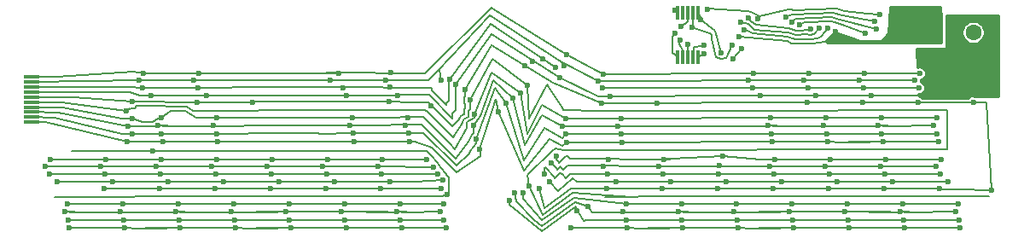
<source format=gbl>
G04 #@! TF.GenerationSoftware,KiCad,Pcbnew,5.1.4-e60b266~84~ubuntu16.04.1*
G04 #@! TF.CreationDate,2019-10-21T03:29:48-05:00*
G04 #@! TF.ProjectId,Quantum MCP4262-502 25x expansion flex for GWAAM-Sea Aid with U7 expansion cutout,5175616e-7475-46d2-904d-435034323632,rev?*
G04 #@! TF.SameCoordinates,Original*
G04 #@! TF.FileFunction,Copper,L2,Bot*
G04 #@! TF.FilePolarity,Positive*
%FSLAX46Y46*%
G04 Gerber Fmt 4.6, Leading zero omitted, Abs format (unit mm)*
G04 Created by KiCad (PCBNEW 5.1.4-e60b266~84~ubuntu16.04.1) date 2019-10-21 03:29:48*
%MOMM*%
%LPD*%
G04 APERTURE LIST*
%ADD10R,0.300000X1.400000*%
%ADD11R,1.500000X0.300000*%
%ADD12C,1.600000*%
%ADD13C,0.600000*%
%ADD14C,0.200000*%
%ADD15C,0.254000*%
G04 APERTURE END LIST*
D10*
X135989820Y-98772620D03*
X136489820Y-98772620D03*
X136989820Y-98772620D03*
X137489820Y-98772620D03*
X137989820Y-98772620D03*
X137989820Y-103172620D03*
X137489820Y-103172620D03*
X136989820Y-103172620D03*
X136489820Y-103172620D03*
X135989820Y-103172620D03*
D11*
X71894860Y-105106720D03*
X71894860Y-105606720D03*
X71894860Y-106106720D03*
X71894860Y-106606720D03*
X71894860Y-107106720D03*
X71894860Y-107606720D03*
X71894860Y-108106720D03*
X71894860Y-108606720D03*
X71894860Y-109106720D03*
X71894860Y-109606720D03*
D12*
X165287960Y-100690680D03*
D13*
X159255460Y-98755200D03*
X161284920Y-98775520D03*
X160291780Y-100055680D03*
X159174180Y-101089460D03*
X161467800Y-101170740D03*
X83675220Y-106994960D03*
X89171780Y-106992420D03*
X107383580Y-115524280D03*
X103098600Y-106928920D03*
X108183680Y-106939080D03*
X144165320Y-106992420D03*
X155150820Y-106979720D03*
X160647380Y-106977180D03*
X149661880Y-106989880D03*
X129293620Y-107027980D03*
X74416920Y-115542060D03*
X85402420Y-115531900D03*
X79913480Y-115539520D03*
X96387920Y-115519200D03*
X101884480Y-115516660D03*
X90898980Y-115529360D03*
X151782780Y-115516660D03*
X135300720Y-115531900D03*
X162778440Y-115521740D03*
X140797280Y-115529360D03*
X157281880Y-115524280D03*
X146286220Y-115519200D03*
X129811780Y-115539520D03*
X113974880Y-105895140D03*
X123240800Y-115473480D03*
X112697260Y-115376960D03*
X124294900Y-105189020D03*
X124294900Y-105189020D03*
X121594880Y-103576120D03*
X160251140Y-103197660D03*
X166773860Y-106484420D03*
X166834820Y-101940360D03*
X166834820Y-99885500D03*
X163494720Y-100045520D03*
X163888420Y-103207820D03*
X138554460Y-101963220D03*
X142087600Y-101081840D03*
X151589740Y-100576380D03*
X88315800Y-107647740D03*
X93812360Y-107645200D03*
X107327700Y-107594400D03*
X111498380Y-107988100D03*
X154302460Y-107642660D03*
X148805900Y-107645200D03*
X165287960Y-107629960D03*
X159791400Y-107632500D03*
X133934200Y-107680760D03*
X128437640Y-107683300D03*
X79057500Y-116194840D03*
X84554060Y-116192300D03*
X95539560Y-116182140D03*
X90043000Y-116184680D03*
X106525060Y-116169440D03*
X101028500Y-116171980D03*
X139941300Y-116184680D03*
X145437860Y-116182140D03*
X167081200Y-116390420D03*
X161922460Y-116177060D03*
X156423360Y-116169440D03*
X128955800Y-116194840D03*
X134452360Y-116192300D03*
X150926800Y-116171980D03*
X114876580Y-106387900D03*
X112488980Y-116197380D03*
X81866740Y-107579160D03*
X122199400Y-116222780D03*
X120766840Y-103997760D03*
X143939260Y-99319080D03*
X135672050Y-98488010D03*
X138915140Y-98381820D03*
X156029660Y-98877120D03*
X82903060Y-106205020D03*
X88399620Y-106202480D03*
X106611420Y-114734340D03*
X102801420Y-106159300D03*
X107411520Y-106149140D03*
X148889720Y-106199940D03*
X159875220Y-106187240D03*
X143393160Y-106202480D03*
X154378660Y-106189780D03*
X128521460Y-106238040D03*
X73644760Y-114752120D03*
X79141320Y-114749580D03*
X90126820Y-114739420D03*
X101112320Y-114726720D03*
X84630260Y-114741960D03*
X95615760Y-114729260D03*
X151010620Y-114726720D03*
X129039620Y-114749580D03*
X162006280Y-114731800D03*
X156509720Y-114734340D03*
X134528560Y-114741960D03*
X140025120Y-114739420D03*
X145514060Y-114729260D03*
X122707400Y-114747040D03*
X113372900Y-105318560D03*
X112191800Y-114729260D03*
X123855480Y-104152700D03*
X123855480Y-104152700D03*
X122613420Y-103337360D03*
X136984740Y-101912420D03*
X142557500Y-100406200D03*
X150832820Y-100233480D03*
X82486500Y-105476040D03*
X87983060Y-105473500D03*
X106194860Y-114005360D03*
X101498400Y-105422700D03*
X106994960Y-105420160D03*
X142976600Y-105473500D03*
X153962100Y-105460800D03*
X148473160Y-105470960D03*
X159458660Y-105458260D03*
X128104900Y-105509060D03*
X84213700Y-114012980D03*
X78724760Y-114020600D03*
X73228200Y-114023140D03*
X95199200Y-114000280D03*
X89710260Y-114010440D03*
X100695760Y-113997740D03*
X150594060Y-113997740D03*
X140060680Y-113896140D03*
X156093160Y-114005360D03*
X161589720Y-114002820D03*
X134112000Y-114012980D03*
X128623060Y-114020600D03*
X145097500Y-114000280D03*
X123416060Y-113639600D03*
X112476280Y-105468420D03*
X111704120Y-114043460D03*
X124708920Y-103969820D03*
X150020020Y-100302060D03*
X136207500Y-101480620D03*
X142212060Y-99674680D03*
X82985462Y-104771338D03*
X88482022Y-104768798D03*
X106693822Y-113300658D03*
X102362000Y-104800400D03*
X107493922Y-104715458D03*
X148972122Y-104766258D03*
X154461062Y-104756098D03*
X143475562Y-104768798D03*
X159957622Y-104753558D03*
X128603862Y-104804358D03*
X73727162Y-113318438D03*
X79223722Y-113315898D03*
X90209222Y-113305738D03*
X95698162Y-113295578D03*
X84712662Y-113308278D03*
X101194722Y-113293038D03*
X140423900Y-112963960D03*
X162088682Y-113298118D03*
X134610962Y-113308278D03*
X145596462Y-113295578D03*
X156592122Y-113300658D03*
X129122022Y-113315898D03*
X151093022Y-113293038D03*
X123934220Y-112986820D03*
X111094520Y-113319560D03*
X124904500Y-102915720D03*
X135732520Y-100792280D03*
X142948660Y-99230180D03*
X149169120Y-100335080D03*
X84406740Y-109951520D03*
X89903300Y-109948980D03*
X108115100Y-118480840D03*
X103418640Y-109898180D03*
X108915200Y-109895640D03*
X144896840Y-109948980D03*
X155882340Y-109936280D03*
X150393400Y-109946440D03*
X161378900Y-109933740D03*
X124528580Y-109987080D03*
X130025140Y-109984540D03*
X80645000Y-118496080D03*
X86133940Y-118488460D03*
X97119440Y-118475760D03*
X75148440Y-118498620D03*
X91630500Y-118485920D03*
X102616000Y-118473220D03*
X152514300Y-118473220D03*
X158013400Y-118480840D03*
X141528800Y-118485920D03*
X163509960Y-118478300D03*
X136032240Y-118488460D03*
X147017740Y-118475760D03*
X130543300Y-118496080D03*
X112453420Y-118513860D03*
X81419700Y-109994700D03*
X115735100Y-109964220D03*
X119575580Y-107241340D03*
X119781320Y-116631720D03*
X127081280Y-117952520D03*
X146723100Y-99156520D03*
X136268460Y-100081080D03*
X155501340Y-99568000D03*
X84745110Y-110757250D03*
X90241670Y-110754710D03*
X108453470Y-119286570D03*
X109253570Y-110701370D03*
X103757010Y-110703910D03*
X145235210Y-110754710D03*
X156220710Y-110742010D03*
X161717270Y-110739470D03*
X150731770Y-110752170D03*
X124866950Y-110792810D03*
X130363510Y-110790270D03*
X80983370Y-119301810D03*
X86472310Y-119294190D03*
X75486810Y-119304350D03*
X97457810Y-119281490D03*
X102954370Y-119278950D03*
X91968870Y-119291650D03*
X163848330Y-119284030D03*
X136370610Y-119294190D03*
X158351770Y-119286570D03*
X152852670Y-119278950D03*
X130881670Y-119301810D03*
X147356110Y-119281490D03*
X141867170Y-119291650D03*
X112755680Y-119296180D03*
X81887060Y-110807500D03*
X116006880Y-111310420D03*
X118899940Y-107729020D03*
X119298720Y-117363240D03*
X125945900Y-118399560D03*
X147317460Y-99712780D03*
X137396220Y-100220780D03*
X141358620Y-101978460D03*
X155704540Y-100380800D03*
X84711540Y-109202220D03*
X90208100Y-109199680D03*
X108419900Y-117731540D03*
X103723440Y-109148880D03*
X109220000Y-109146340D03*
X150698200Y-109197140D03*
X156187140Y-109186980D03*
X145201640Y-109199680D03*
X161683700Y-109184440D03*
X130329940Y-109235240D03*
X124833380Y-109237780D03*
X75453240Y-117749320D03*
X80949800Y-117746780D03*
X91935300Y-117736620D03*
X97424240Y-117726460D03*
X86438740Y-117739160D03*
X102920800Y-117723920D03*
X152819100Y-117723920D03*
X163814760Y-117729000D03*
X158318200Y-117731540D03*
X130848100Y-117746780D03*
X136337040Y-117739160D03*
X147322540Y-117726460D03*
X141833600Y-117736620D03*
X112763300Y-117713760D03*
X81887060Y-109265720D03*
X115783360Y-108803440D03*
X120594120Y-116603780D03*
X120345200Y-106692700D03*
X138536680Y-102781100D03*
X84856320Y-111566960D03*
X90352880Y-111564420D03*
X108564680Y-120096280D03*
X109364780Y-111511080D03*
X103868220Y-111513620D03*
X161828480Y-111549180D03*
X150842980Y-111561880D03*
X145346420Y-111564420D03*
X156331920Y-111551720D03*
X130474720Y-111599980D03*
X124978160Y-111602520D03*
X81094580Y-120111520D03*
X75598020Y-120114060D03*
X103065580Y-120088660D03*
X92080080Y-120101360D03*
X86583520Y-120103900D03*
X97569020Y-120091200D03*
X152963880Y-120088660D03*
X163959540Y-120093740D03*
X147467320Y-120091200D03*
X158462980Y-120096280D03*
X130992880Y-120111520D03*
X141978380Y-120101360D03*
X136481820Y-120103900D03*
X81333340Y-111544100D03*
X116329460Y-112303560D03*
X113009680Y-120101360D03*
X118211600Y-108541820D03*
X125397260Y-120091200D03*
X138242040Y-99428300D03*
X140294360Y-102707440D03*
X148094700Y-99903280D03*
X142283180Y-102344220D03*
X141429740Y-103347520D03*
X154586940Y-100766880D03*
X115402360Y-107424220D03*
X81257140Y-108473240D03*
X83875880Y-112466120D03*
X113047780Y-116809520D03*
X121048780Y-105910380D03*
X121213880Y-115902740D03*
D14*
X83675220Y-106994960D02*
X86220300Y-106994960D01*
X86222840Y-106992420D02*
X85641180Y-106992420D01*
X86220300Y-106994960D02*
X86222840Y-106992420D01*
X107383580Y-115524280D02*
X109928660Y-115524280D01*
X107383580Y-115524280D02*
X105156000Y-115521740D01*
X109931200Y-115521740D02*
X109349540Y-115521740D01*
X109928660Y-115524280D02*
X109931200Y-115521740D01*
X105232200Y-106941620D02*
X105234740Y-106939080D01*
X105234740Y-106939080D02*
X104653080Y-106939080D01*
X102687120Y-106941620D02*
X105232200Y-106941620D01*
X102687120Y-106941620D02*
X100459540Y-106939080D01*
X155150820Y-106979720D02*
X157695900Y-106979720D01*
X144165320Y-106992420D02*
X146710400Y-106992420D01*
X157695900Y-106979720D02*
X157698440Y-106977180D01*
X146710400Y-106992420D02*
X146712940Y-106989880D01*
X155064460Y-107000040D02*
X146712940Y-106989880D01*
X146712940Y-106989880D02*
X146131280Y-106989880D01*
X144165320Y-106992420D02*
X141937740Y-106989880D01*
X155150820Y-106979720D02*
X152923240Y-106977180D01*
X157698440Y-106977180D02*
X157116780Y-106977180D01*
X76964540Y-115539520D02*
X76382880Y-115539520D01*
X85316060Y-115549680D02*
X76964540Y-115539520D01*
X76962000Y-115542060D02*
X76964540Y-115539520D01*
X107287060Y-115526820D02*
X98935540Y-115516660D01*
X96387920Y-115519200D02*
X98933000Y-115519200D01*
X85402420Y-115531900D02*
X87947500Y-115531900D01*
X98933000Y-115519200D02*
X98935540Y-115516660D01*
X87947500Y-115531900D02*
X87950040Y-115529360D01*
X96301560Y-115539520D02*
X87950040Y-115529360D01*
X74416920Y-115542060D02*
X76962000Y-115542060D01*
X87950040Y-115529360D02*
X87368380Y-115529360D01*
X85402420Y-115531900D02*
X83174840Y-115529360D01*
X96387920Y-115519200D02*
X94160340Y-115516660D01*
X98935540Y-115516660D02*
X98353880Y-115516660D01*
X137848340Y-115529360D02*
X137266680Y-115529360D01*
X146286220Y-115519200D02*
X148831300Y-115519200D01*
X146286220Y-115519200D02*
X144058640Y-115516660D01*
X157281880Y-115524280D02*
X159826960Y-115524280D01*
X135300720Y-115531900D02*
X133073140Y-115529360D01*
X137845800Y-115531900D02*
X137848340Y-115529360D01*
X157185360Y-115526820D02*
X148833840Y-115516660D01*
X159829500Y-115521740D02*
X159247840Y-115521740D01*
X159826960Y-115524280D02*
X159829500Y-115521740D01*
X148833840Y-115516660D02*
X148252180Y-115516660D01*
X148831300Y-115519200D02*
X148833840Y-115516660D01*
X146199860Y-115539520D02*
X137848340Y-115529360D01*
X135300720Y-115531900D02*
X137845800Y-115531900D01*
X126862840Y-115539520D02*
X126281180Y-115539520D01*
X135214360Y-115549680D02*
X126862840Y-115539520D01*
X157281880Y-115524280D02*
X155054300Y-115521740D01*
X71894860Y-106606720D02*
X81602580Y-106659680D01*
X81602580Y-106659680D02*
X82598260Y-106964480D01*
X82598260Y-106964480D02*
X83675220Y-106994960D01*
X100662740Y-106939080D02*
X86222840Y-106992420D01*
X162778440Y-115521740D02*
X159829500Y-115521740D01*
X160647380Y-106977180D02*
X157698440Y-106977180D01*
X112697260Y-115376960D02*
X109931200Y-115521740D01*
X111379000Y-106873040D02*
X105234740Y-106939080D01*
X111379000Y-106980718D02*
X113615742Y-109217460D01*
X111379000Y-106873040D02*
X111379000Y-106980718D01*
X113615742Y-109217460D02*
X113615742Y-108738398D01*
X113974880Y-108379260D02*
X113974880Y-105895140D01*
X113615742Y-108738398D02*
X113974880Y-108379260D01*
X141955520Y-106982260D02*
X129293620Y-107027980D01*
X117464840Y-100858320D02*
X113974880Y-105895140D01*
X124294900Y-105189020D02*
X117464840Y-100858320D01*
X124117100Y-116451380D02*
X125511557Y-115152987D01*
X126860300Y-115542060D02*
X126862840Y-115539520D01*
X125511557Y-115152987D02*
X125955185Y-115538645D01*
X123240800Y-115473480D02*
X124117100Y-116451380D01*
X125955185Y-115538645D02*
X126860300Y-115542060D01*
X129293620Y-107027980D02*
X128051560Y-107007660D01*
X128051560Y-107007660D02*
X124294900Y-105189020D01*
X137522721Y-102262441D02*
X137489820Y-103172620D01*
X137584741Y-102097840D02*
X137522721Y-102262441D01*
X137805160Y-102130860D02*
X137584741Y-102097840D01*
X138554460Y-101963220D02*
X137805160Y-102130860D01*
X147248880Y-101757480D02*
X146842480Y-101566980D01*
X146842480Y-101566980D02*
X142087600Y-101081840D01*
X148295360Y-101780340D02*
X147248880Y-101757480D01*
X151589740Y-100576380D02*
X150586440Y-101597460D01*
X150586440Y-101597460D02*
X149316440Y-101793040D01*
X149316440Y-101793040D02*
X149316440Y-101782880D01*
X149316440Y-101782880D02*
X148295360Y-101780340D01*
X156390305Y-101574565D02*
X159174180Y-101089460D01*
X153108660Y-101521260D02*
X156390305Y-101574565D01*
X151589740Y-100576380D02*
X153108660Y-101521260D01*
X112024160Y-116177060D02*
X105128060Y-116177060D01*
X107327700Y-107594400D02*
X100431600Y-107594400D01*
X155145740Y-107647740D02*
X147406360Y-107642660D01*
X159791400Y-107632500D02*
X152895300Y-107632500D01*
X96382840Y-116187220D02*
X88643460Y-116182140D01*
X107368340Y-116174520D02*
X99628960Y-116169440D01*
X90043000Y-116184680D02*
X83146900Y-116184680D01*
X101028500Y-116171980D02*
X94132400Y-116171980D01*
X161922460Y-116177060D02*
X155026360Y-116177060D01*
X150926800Y-116171980D02*
X144030700Y-116171980D01*
X157266640Y-116174520D02*
X149527260Y-116169440D01*
X146281140Y-116187220D02*
X138541760Y-116182140D01*
X139941300Y-116184680D02*
X133045200Y-116184680D01*
X135295640Y-116197380D02*
X127556260Y-116192300D01*
X85397340Y-116197380D02*
X79057500Y-116194840D01*
X88315800Y-107647740D02*
X81866740Y-107579160D01*
X71894860Y-107106720D02*
X75981560Y-107106720D01*
X75981560Y-107106720D02*
X81866740Y-107579160D01*
X100479860Y-107591860D02*
X86916260Y-107645200D01*
X165287960Y-107629960D02*
X158391860Y-107629960D01*
X112488980Y-116197380D02*
X110624620Y-116174520D01*
X114876580Y-106387900D02*
X114879120Y-106982260D01*
X167081200Y-116390420D02*
X160522920Y-116174520D01*
X110990380Y-107607100D02*
X105928160Y-107591860D01*
X110990380Y-107607100D02*
X111206280Y-107607100D01*
X111206280Y-107607100D02*
X113591340Y-109992160D01*
X114876580Y-107061998D02*
X114876580Y-106387900D01*
X114732942Y-108850558D02*
X114783349Y-108800151D01*
X114351965Y-109068257D02*
X114732942Y-108850558D01*
X114290733Y-109292767D02*
X114351965Y-109068257D01*
X113591340Y-109992160D02*
X114290733Y-109292767D01*
X114783349Y-108800151D02*
X114783349Y-108349750D01*
X114802359Y-107136219D02*
X114876580Y-107061998D01*
X114876580Y-108256519D02*
X114876580Y-107786442D01*
X114783349Y-108349750D02*
X114876580Y-108256519D01*
X114876580Y-107786442D02*
X114802359Y-107712221D01*
X114802359Y-107712221D02*
X114802359Y-107136219D01*
X117464840Y-101973380D02*
X114876580Y-106387900D01*
X123563380Y-105653840D02*
X117464840Y-101973380D01*
X128437640Y-107683300D02*
X123563380Y-105653840D01*
X134777480Y-107685840D02*
X128437640Y-107683300D01*
X141909800Y-107645200D02*
X134777480Y-107685840D01*
X148805900Y-107645200D02*
X141909800Y-107645200D01*
X165287960Y-107629960D02*
X166573200Y-107596940D01*
X166573200Y-107596940D02*
X167081200Y-116390420D01*
X125344224Y-116209776D02*
X128955800Y-116194840D01*
X122758200Y-118135400D02*
X125344224Y-116209776D01*
X122199400Y-116222780D02*
X122758200Y-118135400D01*
X135989820Y-98772620D02*
X135672050Y-98488010D01*
X135672050Y-98488010D02*
X135516620Y-98348800D01*
X144063720Y-99126040D02*
X143939260Y-99319080D01*
X142897860Y-98607880D02*
X138912600Y-98348800D01*
X143215360Y-98671380D02*
X142897860Y-98607880D01*
X144063720Y-99126040D02*
X143215360Y-98671380D01*
X156029660Y-98877120D02*
X154749500Y-98836480D01*
X147141727Y-98371187D02*
X146984720Y-98376740D01*
X147522304Y-98495808D02*
X147141727Y-98371187D01*
X154749500Y-98836480D02*
X152562560Y-98549460D01*
X146984720Y-98376740D02*
X146578320Y-98478340D01*
X152562560Y-98549460D02*
X151678640Y-98358960D01*
X146578320Y-98478340D02*
X144063720Y-99126040D01*
X151678640Y-98358960D02*
X147522304Y-98495808D01*
X106725720Y-114715543D02*
X105105200Y-114714020D01*
X102029260Y-106132883D02*
X100408740Y-106131360D01*
X155064460Y-106207560D02*
X143393160Y-106202480D01*
X154492960Y-106170983D02*
X152872440Y-106169460D01*
X143507460Y-106183683D02*
X141886940Y-106182160D01*
X85316060Y-114757200D02*
X73644760Y-114752120D01*
X96301560Y-114747040D02*
X84630260Y-114741960D01*
X95730060Y-114710463D02*
X94109540Y-114708940D01*
X84744560Y-114723163D02*
X83124040Y-114721640D01*
X107287060Y-114734340D02*
X95615760Y-114729260D01*
X145628360Y-114710463D02*
X144007840Y-114708940D01*
X157185360Y-114734340D02*
X145514060Y-114729260D01*
X146199860Y-114747040D02*
X134528560Y-114741960D01*
X134642860Y-114723163D02*
X133022340Y-114721640D01*
X156624020Y-114715543D02*
X155003500Y-114714020D01*
X73759060Y-114733323D02*
X73644760Y-114752120D01*
X83017360Y-106186223D02*
X82903060Y-106205020D01*
X71894860Y-106106720D02*
X81602580Y-106151680D01*
X81602580Y-106151680D02*
X82903060Y-106205020D01*
X100525580Y-106128820D02*
X82903060Y-106205020D01*
X162006280Y-114731800D02*
X156509720Y-114734340D01*
X159875220Y-106187240D02*
X154378660Y-106189780D01*
X112191800Y-114729260D02*
X106611420Y-114734340D01*
X101914960Y-106151680D02*
X111556800Y-106172000D01*
X111556800Y-106485141D02*
X112983559Y-107911900D01*
X111556800Y-106172000D02*
X111556800Y-106485141D01*
X112983559Y-107911900D02*
X112983559Y-107711961D01*
X112983559Y-107711961D02*
X113235740Y-107459780D01*
X113235740Y-105455720D02*
X113372900Y-105318560D01*
X113235740Y-107459780D02*
X113235740Y-105455720D01*
X125166827Y-114868253D02*
X124893030Y-115142050D01*
X125166827Y-114752827D02*
X125166827Y-114868253D01*
X135214360Y-114757200D02*
X125166827Y-114752827D01*
X124501868Y-114748268D02*
X124454330Y-114748268D01*
X124893030Y-115139430D02*
X124501868Y-114748268D01*
X124893030Y-115142050D02*
X124893030Y-115139430D01*
X124454330Y-114748268D02*
X124318519Y-114612457D01*
X124318519Y-114612457D02*
X123788926Y-115142050D01*
X123788926Y-115142050D02*
X123788926Y-115051326D01*
X123788926Y-115051326D02*
X122796300Y-114058700D01*
X122707400Y-114147600D02*
X122707400Y-114747040D01*
X122796300Y-114058700D02*
X122707400Y-114147600D01*
X141950440Y-106169460D02*
X128521460Y-106238040D01*
X117383560Y-99842320D02*
X113372900Y-105318560D01*
X123855480Y-104152700D02*
X117383560Y-99842320D01*
X136984740Y-101912420D02*
X136972040Y-102699820D01*
X142580360Y-100423980D02*
X142615920Y-100317300D01*
X142925711Y-100561229D02*
X142580360Y-100423980D01*
X150162260Y-101097080D02*
X149862540Y-101290120D01*
X149862540Y-101290120D02*
X149171660Y-101379020D01*
X150581360Y-100581460D02*
X150162260Y-101097080D01*
X150832820Y-100233480D02*
X150581360Y-100581460D01*
X148770340Y-101376480D02*
X147680680Y-101363780D01*
X149171660Y-101379020D02*
X148770340Y-101376480D01*
X147680680Y-101363780D02*
X147261580Y-101249480D01*
X147261580Y-101249480D02*
X146855180Y-101097080D01*
X146855180Y-101097080D02*
X143367760Y-100804980D01*
X143367760Y-100804980D02*
X142925711Y-100561229D01*
X106434181Y-114008102D02*
X105079800Y-114008102D01*
X101737721Y-105425442D02*
X100383340Y-105425442D01*
X154201421Y-105463542D02*
X152847040Y-105463542D01*
X155031440Y-105460800D02*
X142979701Y-105473702D01*
X95438521Y-114003022D02*
X94084140Y-114003022D01*
X107254040Y-113987580D02*
X95202301Y-114000482D01*
X96268540Y-114000280D02*
X84216801Y-114013182D01*
X84453021Y-114015722D02*
X83098640Y-114015722D01*
X85283040Y-114010440D02*
X73231301Y-114023342D01*
X156332481Y-114008102D02*
X154978100Y-114008102D01*
X145336821Y-114003022D02*
X143982440Y-114003022D01*
X157152340Y-113987580D02*
X145100601Y-114000482D01*
X134351321Y-114015722D02*
X132996940Y-114015722D01*
X146166840Y-114000280D02*
X134115101Y-114013182D01*
X73467521Y-114025882D02*
X73228200Y-114023140D01*
X82725821Y-105478782D02*
X82486500Y-105476040D01*
X71894860Y-105606720D02*
X82486500Y-105476040D01*
X100652580Y-105430320D02*
X82489601Y-105476242D01*
X161589720Y-114002820D02*
X156096261Y-114005562D01*
X159458660Y-105458260D02*
X153965201Y-105461002D01*
X112448340Y-105468420D02*
X112448340Y-104891840D01*
X111203942Y-105405122D02*
X101501501Y-105422902D01*
X112293400Y-104419400D02*
X112189664Y-104419400D01*
X112430560Y-104909620D02*
X112293400Y-104419400D01*
X111704120Y-114043460D02*
X106197961Y-114005562D01*
X135181340Y-114010440D02*
X125140720Y-113941860D01*
X125140720Y-113941860D02*
X125026420Y-113941860D01*
X125026420Y-113941860D02*
X124620020Y-114348260D01*
X124620020Y-114348260D02*
X124293969Y-114022209D01*
X124293969Y-114067251D02*
X124012960Y-114348260D01*
X124012960Y-114348260D02*
X124012960Y-114352316D01*
X124293969Y-114022209D02*
X124293969Y-114067251D01*
X124012960Y-114236500D02*
X123416060Y-113639600D01*
X124012960Y-114348260D02*
X124012960Y-114236500D01*
X117363240Y-99011740D02*
X112141202Y-104467862D01*
X112141202Y-104467862D02*
X111203942Y-105405122D01*
X112189664Y-104419400D02*
X112141202Y-104467862D01*
X128104900Y-105509060D02*
X124345700Y-103609140D01*
X124345700Y-103609140D02*
X117363240Y-99011740D01*
X134663180Y-105498900D02*
X128104900Y-105509060D01*
X141861540Y-105476242D02*
X134663180Y-105498900D01*
X143215921Y-105476242D02*
X141861540Y-105476242D01*
X124708920Y-103969820D02*
X124345700Y-103609140D01*
X140060680Y-113896140D02*
X140449300Y-114007900D01*
X136207500Y-101480620D02*
X136080500Y-101861620D01*
X136080500Y-101861620D02*
X136319260Y-102115620D01*
X136319260Y-102115620D02*
X136497060Y-102471220D01*
X136497060Y-102471220D02*
X136497060Y-102699820D01*
X143545560Y-100401120D02*
X142948660Y-99877880D01*
X146893280Y-100677980D02*
X143545560Y-100401120D01*
X150020020Y-100302060D02*
X149484080Y-100891340D01*
X149484080Y-100891340D02*
X149042120Y-100975160D01*
X149042120Y-100975160D02*
X148772880Y-100878640D01*
X142948660Y-99877880D02*
X142212060Y-99674680D01*
X147718780Y-100944680D02*
X146893280Y-100677980D01*
X148772880Y-100878640D02*
X147718780Y-100944680D01*
X106693822Y-113300658D02*
X105089960Y-113301780D01*
X101997362Y-104717998D02*
X100393500Y-104719120D01*
X155064460Y-104769920D02*
X142540842Y-104766258D01*
X143475562Y-104768798D02*
X141871700Y-104769920D01*
X154461062Y-104756098D02*
X152857200Y-104757220D01*
X96301560Y-113309400D02*
X83777942Y-113305738D01*
X84712662Y-113308278D02*
X83108800Y-113309400D01*
X95698162Y-113295578D02*
X94094300Y-113296700D01*
X107287060Y-113296700D02*
X94763442Y-113293038D01*
X134610962Y-113308278D02*
X133007100Y-113309400D01*
X156592122Y-113300658D02*
X154988260Y-113301780D01*
X157185360Y-113296700D02*
X144661742Y-113293038D01*
X85316060Y-113319560D02*
X73727162Y-113318438D01*
X71894860Y-105106720D02*
X74416920Y-105077260D01*
X74416920Y-105077260D02*
X81968340Y-104630220D01*
X81968340Y-104630220D02*
X82985462Y-104771338D01*
X101033580Y-104721660D02*
X82985462Y-104771338D01*
X162088682Y-113298118D02*
X155657402Y-113298118D01*
X159957622Y-104753558D02*
X153526342Y-104753558D01*
X111094520Y-113319560D02*
X105759102Y-113298118D01*
X123934220Y-112986820D02*
X123934220Y-113109136D01*
X123934220Y-112986820D02*
X123934220Y-113322100D01*
X123934220Y-113322100D02*
X124073920Y-113461800D01*
X124073920Y-113507520D02*
X124188598Y-113622199D01*
X124073920Y-113461800D02*
X124073920Y-113507520D01*
X124188598Y-113622199D02*
X124208182Y-113622178D01*
X124208182Y-113622178D02*
X124861320Y-112969040D01*
X124985734Y-112969040D02*
X125272777Y-113256083D01*
X124861320Y-112969040D02*
X124985734Y-112969040D01*
X125272777Y-113256083D02*
X135214360Y-113319560D01*
X141897100Y-104757220D02*
X128603862Y-104804358D01*
X124904500Y-102915720D02*
X128603862Y-104804358D01*
X110909100Y-104749600D02*
X101062642Y-104715458D01*
X124904500Y-102915720D02*
X117543680Y-98302980D01*
X117543680Y-98302980D02*
X117454680Y-98198940D01*
X117454680Y-98198940D02*
X110909100Y-104749600D01*
X140423900Y-112963960D02*
X133676242Y-113305738D01*
X140423900Y-112963960D02*
X144124772Y-113296608D01*
X144124772Y-113296608D02*
X143992600Y-113296700D01*
X145596462Y-113295578D02*
X144124772Y-113296608D01*
X135732520Y-100792280D02*
X135453120Y-101145340D01*
X135453120Y-101145340D02*
X135453120Y-102694740D01*
X135453120Y-102694740D02*
X135923020Y-103050340D01*
X143253460Y-99560380D02*
X142948660Y-99230180D01*
X149169120Y-100335080D02*
X148267420Y-100497640D01*
X148267420Y-100497640D02*
X147754340Y-100517960D01*
X143758920Y-99969320D02*
X143253460Y-99560380D01*
X147754340Y-100517960D02*
X146989800Y-100274120D01*
X146989800Y-100274120D02*
X143758920Y-99969320D01*
X85405808Y-109987928D02*
X84902040Y-109987928D01*
X85369400Y-109951520D02*
X85405808Y-109987928D01*
X84406740Y-109951520D02*
X85369400Y-109951520D01*
X84406740Y-109990468D02*
X81391760Y-109989620D01*
X109077760Y-118480840D02*
X109114168Y-118517248D01*
X108115100Y-118519788D02*
X105100120Y-118518940D01*
X109114168Y-118517248D02*
X108610400Y-118517248D01*
X108115100Y-118480840D02*
X109077760Y-118480840D01*
X103418640Y-109898180D02*
X104381300Y-109898180D01*
X104381300Y-109898180D02*
X104417708Y-109934588D01*
X104417708Y-109934588D02*
X103913940Y-109934588D01*
X103418640Y-109937128D02*
X100403660Y-109936280D01*
X155882340Y-109936280D02*
X156845000Y-109936280D01*
X145859500Y-109948980D02*
X145895908Y-109985388D01*
X144896840Y-109948980D02*
X145859500Y-109948980D01*
X155003500Y-109984540D02*
X145895908Y-109985388D01*
X155882340Y-109975228D02*
X152867360Y-109974380D01*
X156845000Y-109936280D02*
X156881408Y-109972688D01*
X145895908Y-109985388D02*
X145392140Y-109985388D01*
X156881408Y-109972688D02*
X156377640Y-109972688D01*
X125527648Y-110023488D02*
X125023880Y-110023488D01*
X124528580Y-109987080D02*
X125491240Y-109987080D01*
X134635240Y-110022640D02*
X125527648Y-110023488D01*
X125491240Y-109987080D02*
X125527648Y-110023488D01*
X75148440Y-118498620D02*
X76111100Y-118498620D01*
X97119440Y-118475760D02*
X98082100Y-118475760D01*
X76111100Y-118498620D02*
X76147508Y-118535028D01*
X86133940Y-118527408D02*
X83118960Y-118526560D01*
X76147508Y-118535028D02*
X75643740Y-118535028D01*
X85255100Y-118534180D02*
X76147508Y-118535028D01*
X87096600Y-118488460D02*
X87133008Y-118524868D01*
X86133940Y-118488460D02*
X87096600Y-118488460D01*
X96240600Y-118524020D02*
X87133008Y-118524868D01*
X97119440Y-118514708D02*
X94104460Y-118513860D01*
X107226100Y-118511320D02*
X98118508Y-118512168D01*
X98082100Y-118475760D02*
X98118508Y-118512168D01*
X87133008Y-118524868D02*
X86629240Y-118524868D01*
X98118508Y-118512168D02*
X97614740Y-118512168D01*
X158013400Y-118480840D02*
X158976060Y-118480840D01*
X146138900Y-118524020D02*
X137031308Y-118524868D01*
X158013400Y-118519788D02*
X154998420Y-118518940D01*
X159012468Y-118517248D02*
X158508700Y-118517248D01*
X136032240Y-118527408D02*
X133017260Y-118526560D01*
X137031308Y-118524868D02*
X136527540Y-118524868D01*
X158976060Y-118480840D02*
X159012468Y-118517248D01*
X136994900Y-118488460D02*
X137031308Y-118524868D01*
X157124400Y-118511320D02*
X148016808Y-118512168D01*
X148016808Y-118512168D02*
X147513040Y-118512168D01*
X147017740Y-118475760D02*
X147980400Y-118475760D01*
X147017740Y-118514708D02*
X144002760Y-118513860D01*
X147980400Y-118475760D02*
X148016808Y-118512168D01*
X136032240Y-118488460D02*
X136994900Y-118488460D01*
X75148440Y-118537568D02*
X75148440Y-118498620D01*
X100421440Y-109926120D02*
X85405808Y-109987928D01*
X163509960Y-118478300D02*
X159012468Y-118517248D01*
X161378900Y-109933740D02*
X156881408Y-109972688D01*
X134635240Y-110022640D02*
X142224663Y-109987177D01*
X142224663Y-109987177D02*
X141881860Y-109987080D01*
X144896840Y-109987928D02*
X142224663Y-109987177D01*
X112453420Y-118513860D02*
X109114168Y-118517248D01*
X115735100Y-110694198D02*
X115735100Y-109964220D01*
X115558298Y-110871000D02*
X115735100Y-110694198D01*
X104417708Y-109934588D02*
X110563810Y-109821830D01*
X110563810Y-109821830D02*
X113934240Y-113202720D01*
X113934240Y-113202720D02*
X115201700Y-111526320D01*
X115201700Y-111526320D02*
X115558298Y-110871000D01*
X117668040Y-105445560D02*
X119575580Y-107241340D01*
X117668040Y-105445560D02*
X116397161Y-108992279D01*
X115735100Y-109964220D02*
X116397161Y-108992279D01*
X127081280Y-117952520D02*
X127494586Y-118534894D01*
X127494586Y-118534894D02*
X135153400Y-118534180D01*
X119575580Y-107241340D02*
X120812560Y-111912400D01*
X120812560Y-111912400D02*
X122528002Y-108878042D01*
X124528580Y-109987080D02*
X122528002Y-108878042D01*
X122494040Y-119875300D02*
X121762520Y-119298720D01*
X125763020Y-117505480D02*
X122494040Y-119875300D01*
X127081280Y-117952520D02*
X125763020Y-117505480D01*
X119938800Y-117492780D02*
X121747280Y-119291100D01*
X119781320Y-116631720D02*
X119938800Y-117492780D01*
X74467720Y-108612940D02*
X81419700Y-109994700D01*
X71894860Y-108606720D02*
X74467720Y-108612940D01*
X136989820Y-98772620D02*
X136977120Y-99598480D01*
X136977120Y-99598480D02*
X136812020Y-99801680D01*
X136812020Y-99801680D02*
X136268460Y-100081080D01*
X136268460Y-100081080D02*
X136268460Y-100081080D01*
X147477480Y-98897440D02*
X146972020Y-99024440D01*
X151387032Y-98773472D02*
X147477480Y-98897440D01*
X152250140Y-99034600D02*
X151387032Y-98773472D01*
X155501340Y-99568000D02*
X152250140Y-99034600D01*
X86243710Y-110757250D02*
X86262634Y-110776174D01*
X86262634Y-110776174D02*
X85664590Y-110776174D01*
X84745110Y-110757250D02*
X86243710Y-110757250D01*
X108453470Y-119308034D02*
X105095040Y-119311420D01*
X109970994Y-119305494D02*
X109372950Y-119305494D01*
X109952070Y-119286570D02*
X109970994Y-119305494D01*
X108453470Y-119286570D02*
X109952070Y-119286570D01*
X105255610Y-110703910D02*
X105274534Y-110722834D01*
X103757010Y-110725374D02*
X100398580Y-110728760D01*
X105274534Y-110722834D02*
X104676490Y-110722834D01*
X103757010Y-110703910D02*
X105255610Y-110703910D01*
X155023820Y-110754160D02*
X146752734Y-110773634D01*
X145235210Y-110754710D02*
X146733810Y-110754710D01*
X146752734Y-110773634D02*
X146154690Y-110773634D01*
X157738234Y-110760934D02*
X157140190Y-110760934D01*
X145235210Y-110776174D02*
X141876780Y-110779560D01*
X156220710Y-110742010D02*
X157719310Y-110742010D01*
X146733810Y-110754710D02*
X146752734Y-110773634D01*
X157719310Y-110742010D02*
X157738234Y-110760934D01*
X156220710Y-110763474D02*
X152862280Y-110766860D01*
X134655560Y-110792260D02*
X126384474Y-110811734D01*
X126384474Y-110811734D02*
X125786430Y-110811734D01*
X126365550Y-110792810D02*
X126384474Y-110811734D01*
X124866950Y-110792810D02*
X126365550Y-110792810D01*
X77004334Y-119323274D02*
X76406290Y-119323274D01*
X85275420Y-119303800D02*
X77004334Y-119323274D01*
X76985410Y-119304350D02*
X77004334Y-119323274D01*
X96260920Y-119293640D02*
X87989834Y-119313114D01*
X75486810Y-119304350D02*
X76985410Y-119304350D01*
X86472310Y-119294190D02*
X87970910Y-119294190D01*
X107246420Y-119280940D02*
X98975334Y-119300414D01*
X87989834Y-119313114D02*
X87391790Y-119313114D01*
X98975334Y-119300414D02*
X98377290Y-119300414D01*
X86472310Y-119315654D02*
X83113880Y-119319040D01*
X97457810Y-119281490D02*
X98956410Y-119281490D01*
X87970910Y-119294190D02*
X87989834Y-119313114D01*
X98956410Y-119281490D02*
X98975334Y-119300414D01*
X97457810Y-119302954D02*
X94099380Y-119306340D01*
X136370610Y-119294190D02*
X137869210Y-119294190D01*
X159850370Y-119286570D02*
X159869294Y-119305494D01*
X147356110Y-119281490D02*
X148854710Y-119281490D01*
X136370610Y-119315654D02*
X133012180Y-119319040D01*
X146159220Y-119293640D02*
X137888134Y-119313114D01*
X137869210Y-119294190D02*
X137888134Y-119313114D01*
X148854710Y-119281490D02*
X148873634Y-119300414D01*
X158351770Y-119308034D02*
X154993340Y-119311420D01*
X148873634Y-119300414D02*
X148275590Y-119300414D01*
X147356110Y-119302954D02*
X143997680Y-119306340D01*
X159869294Y-119305494D02*
X159271250Y-119305494D01*
X157144720Y-119280940D02*
X148873634Y-119300414D01*
X137888134Y-119313114D02*
X137290090Y-119313114D01*
X158351770Y-119286570D02*
X159850370Y-119286570D01*
X75486810Y-119325814D02*
X75486810Y-119304350D01*
X84745110Y-110778714D02*
X81887060Y-110807500D01*
X71894860Y-109106720D02*
X74173080Y-109156500D01*
X74173080Y-109156500D02*
X80873600Y-110799880D01*
X80873600Y-110799880D02*
X81887060Y-110807500D01*
X100406200Y-110716060D02*
X86262634Y-110776174D01*
X163848330Y-119284030D02*
X159869294Y-119305494D01*
X161717270Y-110739470D02*
X157738234Y-110760934D01*
X134655560Y-110792260D02*
X141876780Y-110779560D01*
X112755680Y-119296180D02*
X109970994Y-119305494D01*
X116006880Y-111738138D02*
X116006880Y-111310420D01*
X115729459Y-112015559D02*
X116006880Y-111738138D01*
X114010440Y-113924080D02*
X115290600Y-112682020D01*
X114048540Y-113860580D02*
X114010440Y-113924080D01*
X115404900Y-112478820D02*
X115729459Y-112015559D01*
X115290600Y-112682020D02*
X115404900Y-112478820D01*
X110723680Y-110703360D02*
X113985040Y-113873280D01*
X113985040Y-113873280D02*
X114048540Y-113860580D01*
X105274534Y-110722834D02*
X110736380Y-110690660D01*
X117866160Y-106207560D02*
X116006880Y-111310420D01*
X118899940Y-107729020D02*
X117866160Y-106207560D01*
X124482860Y-111201200D02*
X124866950Y-110792810D01*
X126902634Y-119323274D02*
X135173720Y-119303800D01*
X126883710Y-119304350D02*
X126902634Y-119323274D01*
X125854460Y-118176040D02*
X126637556Y-119365536D01*
X126637556Y-119365536D02*
X126883710Y-119304350D01*
X122782144Y-110143476D02*
X120751600Y-113433860D01*
X122782144Y-110143476D02*
X124482860Y-111201200D01*
X120751600Y-113433860D02*
X118899940Y-107729020D01*
X125844300Y-117993160D02*
X125945900Y-118399560D01*
X122496580Y-120436640D02*
X125844300Y-117993160D01*
X119288560Y-117797580D02*
X122476260Y-120436640D01*
X119298720Y-117363240D02*
X119288560Y-117797580D01*
X137489820Y-98772620D02*
X137472420Y-99814380D01*
X137472420Y-99814380D02*
X137396220Y-100220780D01*
X137396220Y-100220780D02*
X137396220Y-100220780D01*
X139326620Y-100827840D02*
X137358120Y-100218240D01*
X139352020Y-101412040D02*
X139326620Y-100827840D01*
X141358620Y-101978460D02*
X140817600Y-103195120D01*
X140284200Y-103337360D02*
X139778740Y-103187500D01*
X140817600Y-103195120D02*
X140284200Y-103337360D01*
X139778740Y-103187500D02*
X139352020Y-101412040D01*
X147673060Y-99314000D02*
X147317460Y-99712780D01*
X151201120Y-99184460D02*
X147673060Y-99314000D01*
X152044400Y-99407980D02*
X151201120Y-99184460D01*
X155704540Y-100380800D02*
X152044400Y-99407980D01*
X110766860Y-117729000D02*
X110578900Y-117729000D01*
X108419900Y-117731540D02*
X110764320Y-117731540D01*
X108419900Y-117731540D02*
X105082340Y-117731540D01*
X110764320Y-117731540D02*
X110766860Y-117729000D01*
X106067860Y-109148880D02*
X106070400Y-109146340D01*
X103723440Y-109148880D02*
X100385880Y-109148880D01*
X103723440Y-109148880D02*
X106067860Y-109148880D01*
X106070400Y-109146340D02*
X105882440Y-109146340D01*
X145201640Y-109199680D02*
X147546060Y-109199680D01*
X155044140Y-109192060D02*
X147548600Y-109197140D01*
X156187140Y-109186980D02*
X152849580Y-109186980D01*
X145201640Y-109199680D02*
X141864080Y-109199680D01*
X147548600Y-109197140D02*
X147360640Y-109197140D01*
X147546060Y-109199680D02*
X147548600Y-109197140D01*
X156187140Y-109186980D02*
X158531560Y-109186980D01*
X158534100Y-109184440D02*
X158346140Y-109184440D01*
X158531560Y-109186980D02*
X158534100Y-109184440D01*
X127180340Y-109235240D02*
X126992380Y-109235240D01*
X134675880Y-109230160D02*
X127180340Y-109235240D01*
X127177800Y-109237780D02*
X127180340Y-109235240D01*
X124833380Y-109237780D02*
X127177800Y-109237780D01*
X75453240Y-117749320D02*
X77797660Y-117749320D01*
X77800200Y-117746780D02*
X77612240Y-117746780D01*
X85295740Y-117741700D02*
X77800200Y-117746780D01*
X86438740Y-117739160D02*
X88783160Y-117739160D01*
X77797660Y-117749320D02*
X77800200Y-117746780D01*
X96281240Y-117731540D02*
X88785700Y-117736620D01*
X97424240Y-117726460D02*
X94086680Y-117726460D01*
X86438740Y-117739160D02*
X83101180Y-117739160D01*
X88785700Y-117736620D02*
X88597740Y-117736620D01*
X88783160Y-117739160D02*
X88785700Y-117736620D01*
X107266740Y-117718840D02*
X99771200Y-117723920D01*
X97424240Y-117726460D02*
X99768660Y-117726460D01*
X99771200Y-117723920D02*
X99583240Y-117723920D01*
X99768660Y-117726460D02*
X99771200Y-117723920D01*
X147322540Y-117726460D02*
X149666960Y-117726460D01*
X146179540Y-117731540D02*
X138684000Y-117736620D01*
X136337040Y-117739160D02*
X138681460Y-117739160D01*
X160662620Y-117731540D02*
X160665160Y-117729000D01*
X158318200Y-117731540D02*
X154980640Y-117731540D01*
X160665160Y-117729000D02*
X160477200Y-117729000D01*
X138681460Y-117739160D02*
X138684000Y-117736620D01*
X147322540Y-117726460D02*
X143984980Y-117726460D01*
X158318200Y-117731540D02*
X160662620Y-117731540D01*
X138684000Y-117736620D02*
X138496040Y-117736620D01*
X149666960Y-117726460D02*
X149669500Y-117723920D01*
X157165040Y-117718840D02*
X149669500Y-117723920D01*
X149669500Y-117723920D02*
X149481540Y-117723920D01*
X71894860Y-108106720D02*
X74884280Y-108120180D01*
X74884280Y-108120180D02*
X80873600Y-109258100D01*
X80873600Y-109258100D02*
X81887060Y-109265720D01*
X163814760Y-117729000D02*
X160665160Y-117729000D01*
X161683700Y-109184440D02*
X158534100Y-109184440D01*
X134675880Y-109230160D02*
X141864080Y-109199680D01*
X112763300Y-117713760D02*
X110766860Y-117729000D01*
X110698280Y-109103160D02*
X106070400Y-109146340D01*
X113337340Y-111742220D02*
X110698280Y-109103160D01*
X115783360Y-108803440D02*
X115783360Y-109171740D01*
X115783360Y-109171740D02*
X115036600Y-109598460D01*
X115036600Y-109598460D02*
X115036600Y-110182660D01*
X113832640Y-112262920D02*
X113337340Y-111742220D01*
X115036600Y-110182660D02*
X113832640Y-112262920D01*
X136337040Y-117739160D02*
X130848100Y-117746780D01*
X120345200Y-106692700D02*
X117464840Y-104714040D01*
X117464840Y-104714040D02*
X115783360Y-108803440D01*
X120345200Y-106692700D02*
X121015760Y-110733840D01*
X121015760Y-110733840D02*
X122496090Y-107912390D01*
X124833380Y-109237780D02*
X122496090Y-107912390D01*
X122516900Y-119339360D02*
X125511560Y-117170200D01*
X120589040Y-117187980D02*
X122516900Y-119339360D01*
X120594120Y-116603780D02*
X120589040Y-117187980D01*
X125684280Y-117081300D02*
X130848100Y-117746780D01*
X125270260Y-117335300D02*
X125684280Y-117081300D01*
X84711540Y-109202220D02*
X85686900Y-108496100D01*
X85686900Y-108496100D02*
X87091520Y-108485940D01*
X87091520Y-108485940D02*
X88214442Y-109194842D01*
X100411280Y-109143800D02*
X88214442Y-109194842D01*
X83893660Y-109588300D02*
X84353823Y-109210263D01*
X82837020Y-109575600D02*
X83893660Y-109588300D01*
X84353823Y-109210263D02*
X84711540Y-109202220D01*
X81887060Y-109265720D02*
X82837020Y-109575600D01*
X138536680Y-102781100D02*
X138018520Y-103111300D01*
X87599520Y-111566960D02*
X87602060Y-111564420D01*
X84856320Y-111566960D02*
X87599520Y-111566960D01*
X87602060Y-111564420D02*
X87233760Y-111564420D01*
X84856320Y-111566960D02*
X81391760Y-111564420D01*
X108564680Y-120096280D02*
X111307880Y-120096280D01*
X111310420Y-120093740D02*
X110942120Y-120093740D01*
X111307880Y-120096280D02*
X111310420Y-120093740D01*
X108564680Y-120096280D02*
X105100120Y-120093740D01*
X106611420Y-111513620D02*
X106613960Y-111511080D01*
X103868220Y-111513620D02*
X100403660Y-111511080D01*
X106613960Y-111511080D02*
X106245660Y-111511080D01*
X103868220Y-111513620D02*
X106611420Y-111513620D01*
X154983180Y-111587280D02*
X148092160Y-111561880D01*
X145346420Y-111564420D02*
X148089620Y-111564420D01*
X145346420Y-111564420D02*
X141881860Y-111561880D01*
X159075120Y-111551720D02*
X159077660Y-111549180D01*
X159077660Y-111549180D02*
X158709360Y-111549180D01*
X148089620Y-111564420D02*
X148092160Y-111561880D01*
X148092160Y-111561880D02*
X147723860Y-111561880D01*
X156331920Y-111551720D02*
X159075120Y-111551720D01*
X156331920Y-111551720D02*
X152867360Y-111549180D01*
X134614920Y-111625380D02*
X127723900Y-111599980D01*
X127721360Y-111602520D02*
X127723900Y-111599980D01*
X127723900Y-111599980D02*
X127355600Y-111599980D01*
X124978160Y-111602520D02*
X127721360Y-111602520D01*
X78343760Y-120111520D02*
X77975460Y-120111520D01*
X75598020Y-120114060D02*
X78341220Y-120114060D01*
X96220280Y-120126760D02*
X89329260Y-120101360D01*
X86583520Y-120103900D02*
X89326720Y-120103900D01*
X78341220Y-120114060D02*
X78343760Y-120111520D01*
X85234780Y-120136920D02*
X78343760Y-120111520D01*
X86583520Y-120103900D02*
X83118960Y-120101360D01*
X100312220Y-120091200D02*
X100314760Y-120088660D01*
X100314760Y-120088660D02*
X99946460Y-120088660D01*
X89326720Y-120103900D02*
X89329260Y-120101360D01*
X107205780Y-120114060D02*
X100314760Y-120088660D01*
X89329260Y-120101360D02*
X88960960Y-120101360D01*
X97569020Y-120091200D02*
X100312220Y-120091200D01*
X97569020Y-120091200D02*
X94104460Y-120088660D01*
X150213060Y-120088660D02*
X149844760Y-120088660D01*
X136481820Y-120103900D02*
X133017260Y-120101360D01*
X135133080Y-120136920D02*
X128242060Y-120111520D01*
X147467320Y-120091200D02*
X144002760Y-120088660D01*
X157104080Y-120114060D02*
X150213060Y-120088660D01*
X147467320Y-120091200D02*
X150210520Y-120091200D01*
X139225020Y-120103900D02*
X139227560Y-120101360D01*
X158462980Y-120096280D02*
X161206180Y-120096280D01*
X158462980Y-120096280D02*
X154998420Y-120093740D01*
X139227560Y-120101360D02*
X138859260Y-120101360D01*
X150210520Y-120091200D02*
X150213060Y-120088660D01*
X161208720Y-120093740D02*
X160840420Y-120093740D01*
X146118580Y-120126760D02*
X139227560Y-120101360D01*
X161206180Y-120096280D02*
X161208720Y-120093740D01*
X128242060Y-120111520D02*
X127873760Y-120111520D01*
X136481820Y-120103900D02*
X139225020Y-120103900D01*
X128239520Y-120114060D02*
X128242060Y-120111520D01*
X71894860Y-109606720D02*
X73220580Y-109603540D01*
X73220580Y-109603540D02*
X81333340Y-111544100D01*
X100418900Y-111506000D02*
X87602060Y-111564420D01*
X163959540Y-120093740D02*
X161208720Y-120093740D01*
X161828480Y-111549180D02*
X159077660Y-111549180D01*
X134614920Y-111625380D02*
X141881860Y-111561880D01*
X113009680Y-120101360D02*
X111310420Y-120093740D01*
X116352320Y-112969040D02*
X116352320Y-112750600D01*
X116352320Y-112750600D02*
X116352320Y-112283240D01*
X116395500Y-112961420D02*
X114048540Y-114546380D01*
X113540156Y-114064164D02*
X114010440Y-114559080D01*
X111561880Y-112097820D02*
X113540156Y-114064164D01*
X109834680Y-111500920D02*
X111561880Y-112097820D01*
X106613960Y-111511080D02*
X109834680Y-111500920D01*
X117947440Y-107281980D02*
X116329460Y-112303560D01*
X118211600Y-108541820D02*
X117947440Y-107281980D01*
X124527650Y-111948157D02*
X124978160Y-111602520D01*
X123247660Y-111257840D02*
X120670320Y-114388900D01*
X123247660Y-111257840D02*
X124527650Y-111948157D01*
X120670320Y-114388900D02*
X118211600Y-108541820D01*
X127873760Y-120111520D02*
X125397260Y-120091200D01*
X137989820Y-98772620D02*
X138424920Y-99433380D01*
X139707620Y-100497640D02*
X138242040Y-99428300D01*
X140294360Y-102707440D02*
X139707620Y-100497640D01*
X142283180Y-102344220D02*
X141429740Y-103347520D01*
X148577300Y-99700080D02*
X148094700Y-99903280D01*
X154586940Y-100766880D02*
X152293320Y-99971860D01*
X152293320Y-99971860D02*
X151564340Y-99710240D01*
X151188420Y-99613720D02*
X148577300Y-99700080D01*
X151564340Y-99710240D02*
X151188420Y-99613720D01*
X100426520Y-108402120D02*
X109773720Y-108397040D01*
X141904720Y-108452920D02*
X151251920Y-108447840D01*
X152890220Y-108440220D02*
X162237420Y-108435140D01*
X148567140Y-108445300D02*
X155125420Y-108440220D01*
X128198880Y-108483400D02*
X134757160Y-108478320D01*
X78818740Y-116994940D02*
X85377020Y-116989860D01*
X83141820Y-116992400D02*
X92489020Y-116987320D01*
X100789740Y-116972080D02*
X107348020Y-116967000D01*
X94127320Y-116979700D02*
X103474520Y-116974620D01*
X89804240Y-116984780D02*
X96362520Y-116979700D01*
X144025620Y-116979700D02*
X153372820Y-116974620D01*
X139702540Y-116984780D02*
X146260820Y-116979700D01*
X155021280Y-116984780D02*
X164368480Y-116979700D01*
X133040120Y-116992400D02*
X142387320Y-116987320D01*
X128717040Y-116994940D02*
X135275320Y-116989860D01*
X150688040Y-116972080D02*
X157246320Y-116967000D01*
X74104500Y-117005100D02*
X81503520Y-116997480D01*
X88077040Y-108447840D02*
X100464620Y-108389420D01*
X161683700Y-116977160D02*
X166822120Y-116984780D01*
X134757160Y-108478320D02*
X141904720Y-108452920D01*
X112805934Y-116809520D02*
X112634757Y-116980697D01*
X113047780Y-116809520D02*
X112805934Y-116809520D01*
X105122980Y-116984780D02*
X112634757Y-116980697D01*
X115402360Y-107424220D02*
X115387120Y-107817920D01*
X113297261Y-116560039D02*
X113047780Y-116809520D01*
X111511080Y-112859820D02*
X112163860Y-113615198D01*
X111041180Y-112478820D02*
X111511080Y-112859820D01*
X110907638Y-112475202D02*
X111041180Y-112478820D01*
X112524540Y-114173998D02*
X112918240Y-114686080D01*
X75831700Y-112453420D02*
X110907638Y-112475202D01*
X112163860Y-113615198D02*
X112410240Y-114076480D01*
X112410240Y-114076480D02*
X112524540Y-114173998D01*
X112918240Y-114686080D02*
X113096040Y-114887738D01*
X113096040Y-114887738D02*
X113297261Y-115088959D01*
X113297261Y-115088959D02*
X113297261Y-116560039D01*
X115402360Y-108296438D02*
X115402360Y-107424220D01*
X115183359Y-108515439D02*
X115402360Y-108296438D01*
X114338100Y-110119160D02*
X114636590Y-109704686D01*
X111156669Y-108545549D02*
X113705640Y-111094520D01*
X110850680Y-108391960D02*
X111156669Y-108545549D01*
X115183359Y-109053888D02*
X115183359Y-108515439D01*
X113705640Y-111094520D02*
X114617500Y-109700060D01*
X107088940Y-108394500D02*
X110850680Y-108391960D01*
X114636590Y-109704686D02*
X114607091Y-109653062D01*
X114617500Y-109700060D02*
X114338100Y-110119160D01*
X114607091Y-109653062D02*
X114694282Y-109333359D01*
X114694282Y-109333359D02*
X115183359Y-109053888D01*
X128173480Y-108524040D02*
X130883660Y-108485940D01*
X124579380Y-108353860D02*
X124579380Y-108427520D01*
X124579380Y-108427520D02*
X128173480Y-108524040D01*
X121048780Y-105910380D02*
X117546120Y-103294180D01*
X117546120Y-103294180D02*
X115402360Y-107424220D01*
X123873260Y-112234980D02*
X123469400Y-112458500D01*
X159552640Y-108432600D02*
X162722644Y-108430144D01*
X162722644Y-108430144D02*
X162705568Y-112329748D01*
X162705568Y-112329748D02*
X124591539Y-112366519D01*
X124591539Y-112366519D02*
X123873260Y-112234980D01*
X124579380Y-108353860D02*
X122984260Y-105841800D01*
X122984260Y-105841800D02*
X121259600Y-109232700D01*
X121259600Y-109232700D02*
X121048780Y-105910380D01*
X123469400Y-112458500D02*
X121076720Y-114853720D01*
X121076720Y-114853720D02*
X121213880Y-115902740D01*
X125542040Y-116634260D02*
X131401820Y-116997480D01*
X122580400Y-118793260D02*
X125542040Y-116634260D01*
X121213880Y-115902740D02*
X122580400Y-118793260D01*
X74838560Y-107609640D02*
X81257140Y-108473240D01*
X71894860Y-107606720D02*
X74838560Y-107609640D01*
X81559400Y-108201460D02*
X81257140Y-108473240D01*
X90761820Y-108450380D02*
X87865255Y-108451955D01*
X87865255Y-108451955D02*
X87231220Y-108069380D01*
X81815940Y-108211620D02*
X81648300Y-108237020D01*
X85615780Y-108061760D02*
X84604860Y-108016040D01*
X84604860Y-108016040D02*
X82296000Y-108005880D01*
X81630520Y-108272580D02*
X81559400Y-108201460D01*
X87231220Y-108069380D02*
X85615780Y-108061760D01*
X82296000Y-108005880D02*
X82108040Y-108201460D01*
X82108040Y-108201460D02*
X81815940Y-108211620D01*
X81648300Y-108237020D02*
X81630520Y-108272580D01*
D15*
G36*
X167802921Y-107052855D02*
G01*
X165387287Y-107002277D01*
X165350502Y-106994960D01*
X165225418Y-106994960D01*
X165207552Y-106998514D01*
X165039159Y-106994988D01*
X165014336Y-106996909D01*
X164990366Y-107003636D01*
X164960719Y-107020047D01*
X164725491Y-107194960D01*
X160251885Y-107194960D01*
X160196189Y-107139264D01*
X160092185Y-107069771D01*
X159976623Y-107021903D01*
X159864786Y-106999657D01*
X159856859Y-106822240D01*
X159937762Y-106822240D01*
X160060443Y-106797837D01*
X160176005Y-106749969D01*
X160280009Y-106680476D01*
X160368456Y-106592029D01*
X160437949Y-106488025D01*
X160485817Y-106372463D01*
X160510220Y-106249782D01*
X160510220Y-106124698D01*
X160485817Y-106002017D01*
X160437949Y-105886455D01*
X160368456Y-105782451D01*
X160280009Y-105694004D01*
X160176005Y-105624511D01*
X160080869Y-105585104D01*
X160093660Y-105520802D01*
X160093660Y-105395718D01*
X160089493Y-105374768D01*
X160142845Y-105364155D01*
X160258407Y-105316287D01*
X160362411Y-105246794D01*
X160450858Y-105158347D01*
X160520351Y-105054343D01*
X160568219Y-104938781D01*
X160592622Y-104816100D01*
X160592622Y-104691016D01*
X160568219Y-104568335D01*
X160520351Y-104452773D01*
X160450858Y-104348769D01*
X160362411Y-104260322D01*
X160258407Y-104190829D01*
X160142845Y-104142961D01*
X160020164Y-104118558D01*
X159895080Y-104118558D01*
X159772399Y-104142961D01*
X159737787Y-104157298D01*
X159654986Y-102304147D01*
X162503579Y-102316279D01*
X162528366Y-102313944D01*
X162552221Y-102306819D01*
X162574227Y-102295176D01*
X162593539Y-102279464D01*
X162609415Y-102260287D01*
X162621245Y-102238380D01*
X162628573Y-102214587D01*
X162631120Y-102189280D01*
X162631120Y-100578892D01*
X164152960Y-100578892D01*
X164152960Y-100802468D01*
X164196577Y-101021747D01*
X164282136Y-101228304D01*
X164406348Y-101414200D01*
X164564440Y-101572292D01*
X164750336Y-101696504D01*
X164956893Y-101782063D01*
X165176172Y-101825680D01*
X165399748Y-101825680D01*
X165619027Y-101782063D01*
X165825584Y-101696504D01*
X166011480Y-101572292D01*
X166169572Y-101414200D01*
X166293784Y-101228304D01*
X166379343Y-101021747D01*
X166422960Y-100802468D01*
X166422960Y-100578892D01*
X166379343Y-100359613D01*
X166293784Y-100153056D01*
X166169572Y-99967160D01*
X166011480Y-99809068D01*
X165825584Y-99684856D01*
X165619027Y-99599297D01*
X165399748Y-99555680D01*
X165176172Y-99555680D01*
X164956893Y-99599297D01*
X164750336Y-99684856D01*
X164564440Y-99809068D01*
X164406348Y-99967160D01*
X164282136Y-100153056D01*
X164196577Y-100359613D01*
X164152960Y-100578892D01*
X162631120Y-100578892D01*
X162631120Y-98968360D01*
X167802921Y-98968360D01*
X167802921Y-107052855D01*
X167802921Y-107052855D01*
G37*
X167802921Y-107052855D02*
X165387287Y-107002277D01*
X165350502Y-106994960D01*
X165225418Y-106994960D01*
X165207552Y-106998514D01*
X165039159Y-106994988D01*
X165014336Y-106996909D01*
X164990366Y-107003636D01*
X164960719Y-107020047D01*
X164725491Y-107194960D01*
X160251885Y-107194960D01*
X160196189Y-107139264D01*
X160092185Y-107069771D01*
X159976623Y-107021903D01*
X159864786Y-106999657D01*
X159856859Y-106822240D01*
X159937762Y-106822240D01*
X160060443Y-106797837D01*
X160176005Y-106749969D01*
X160280009Y-106680476D01*
X160368456Y-106592029D01*
X160437949Y-106488025D01*
X160485817Y-106372463D01*
X160510220Y-106249782D01*
X160510220Y-106124698D01*
X160485817Y-106002017D01*
X160437949Y-105886455D01*
X160368456Y-105782451D01*
X160280009Y-105694004D01*
X160176005Y-105624511D01*
X160080869Y-105585104D01*
X160093660Y-105520802D01*
X160093660Y-105395718D01*
X160089493Y-105374768D01*
X160142845Y-105364155D01*
X160258407Y-105316287D01*
X160362411Y-105246794D01*
X160450858Y-105158347D01*
X160520351Y-105054343D01*
X160568219Y-104938781D01*
X160592622Y-104816100D01*
X160592622Y-104691016D01*
X160568219Y-104568335D01*
X160520351Y-104452773D01*
X160450858Y-104348769D01*
X160362411Y-104260322D01*
X160258407Y-104190829D01*
X160142845Y-104142961D01*
X160020164Y-104118558D01*
X159895080Y-104118558D01*
X159772399Y-104142961D01*
X159737787Y-104157298D01*
X159654986Y-102304147D01*
X162503579Y-102316279D01*
X162528366Y-102313944D01*
X162552221Y-102306819D01*
X162574227Y-102295176D01*
X162593539Y-102279464D01*
X162609415Y-102260287D01*
X162621245Y-102238380D01*
X162628573Y-102214587D01*
X162631120Y-102189280D01*
X162631120Y-100578892D01*
X164152960Y-100578892D01*
X164152960Y-100802468D01*
X164196577Y-101021747D01*
X164282136Y-101228304D01*
X164406348Y-101414200D01*
X164564440Y-101572292D01*
X164750336Y-101696504D01*
X164956893Y-101782063D01*
X165176172Y-101825680D01*
X165399748Y-101825680D01*
X165619027Y-101782063D01*
X165825584Y-101696504D01*
X166011480Y-101572292D01*
X166169572Y-101414200D01*
X166293784Y-101228304D01*
X166379343Y-101021747D01*
X166422960Y-100802468D01*
X166422960Y-100578892D01*
X166379343Y-100359613D01*
X166293784Y-100153056D01*
X166169572Y-99967160D01*
X166011480Y-99809068D01*
X165825584Y-99684856D01*
X165619027Y-99599297D01*
X165399748Y-99555680D01*
X165176172Y-99555680D01*
X164956893Y-99599297D01*
X164750336Y-99684856D01*
X164564440Y-99809068D01*
X164406348Y-99967160D01*
X164282136Y-100153056D01*
X164196577Y-100359613D01*
X164152960Y-100578892D01*
X162631120Y-100578892D01*
X162631120Y-98968360D01*
X167802921Y-98968360D01*
X167802921Y-107052855D01*
G36*
X162057440Y-98611659D02*
G01*
X162055795Y-98628360D01*
X162062360Y-98695012D01*
X162081801Y-98759102D01*
X162094016Y-98781954D01*
X162073227Y-101680010D01*
X158437773Y-101680010D01*
X155928253Y-101676200D01*
X155927605Y-101676201D01*
X150738099Y-101694777D01*
X151623355Y-100693847D01*
X154344524Y-101641199D01*
X154368725Y-101647041D01*
X154387848Y-101648250D01*
X156033768Y-101627930D01*
X156058512Y-101625184D01*
X156082246Y-101617664D01*
X156104056Y-101605658D01*
X156124769Y-101587888D01*
X156792789Y-100876688D01*
X156807973Y-100856959D01*
X156819016Y-100834645D01*
X156826729Y-100800901D01*
X157057432Y-98185880D01*
X162057441Y-98185880D01*
X162057440Y-98611659D01*
X162057440Y-98611659D01*
G37*
X162057440Y-98611659D02*
X162055795Y-98628360D01*
X162062360Y-98695012D01*
X162081801Y-98759102D01*
X162094016Y-98781954D01*
X162073227Y-101680010D01*
X158437773Y-101680010D01*
X155928253Y-101676200D01*
X155927605Y-101676201D01*
X150738099Y-101694777D01*
X151623355Y-100693847D01*
X154344524Y-101641199D01*
X154368725Y-101647041D01*
X154387848Y-101648250D01*
X156033768Y-101627930D01*
X156058512Y-101625184D01*
X156082246Y-101617664D01*
X156104056Y-101605658D01*
X156124769Y-101587888D01*
X156792789Y-100876688D01*
X156807973Y-100856959D01*
X156819016Y-100834645D01*
X156826729Y-100800901D01*
X157057432Y-98185880D01*
X162057441Y-98185880D01*
X162057440Y-98611659D01*
M02*

</source>
